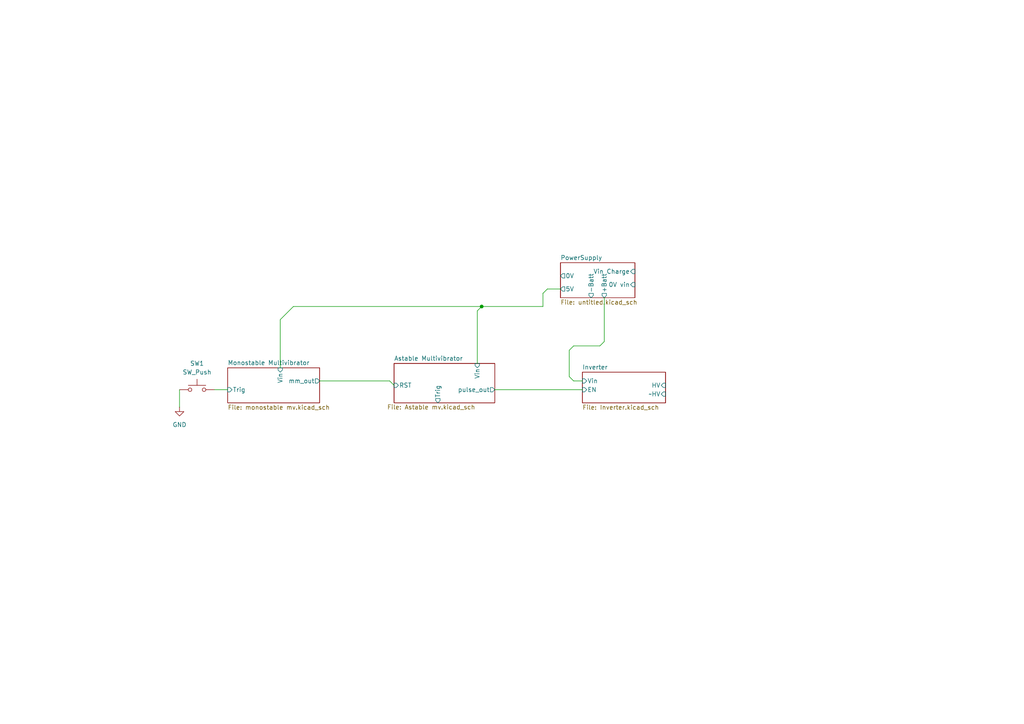
<source format=kicad_sch>
(kicad_sch (version 20231120) (generator "eeschema") (generator_version "8.0")
  (paper "A4")
  (title_block (title "Tens Device ") (date "2024-12-04") (company "Arun CS"))
  (lib_symbols
    (symbol "Switch:SW_Push" (pin_numbers hide) (pin_names (offset 1.016) hide)
      (property "Reference" "SW" (at 1.27 2.54 0))
      (property "Value" "SW_Push" (at 0 -1.524 0))
      (symbol "SW_Push_0_1"
        (circle (center -2.032 0) (radius 0.508))
        (polyline (pts (xy 0 1.27) (xy 0 3.048)))
        (polyline (pts (xy 2.54 1.27) (xy -2.54 1.27)))
        (circle (center 2.032 0) (radius 0.508))
        (pin passive line (at -5.08 0 0) (length 2.54) (name "1") (number "1"))
        (pin passive line (at 5.08 0 180) (length 2.54) (name "2") (number "2"))
      )
    )
    (symbol "power:GND" (power) (pin_numbers hide) (pin_names (offset 0) hide)
      (property "Value" "GND" (at 0 -3.81 0))
      (symbol "GND_0_1"
        (polyline (pts (xy 0 0) (xy 0 -1.27) (xy 1.27 -1.27) (xy 0 -2.54) (xy -1.27 -1.27) (xy 0 -1.27)))
      )
      (symbol "GND_1_1"
        (pin power_in line (at 0 0 270) (length 0) (name "~") (number "1"))
      )
    )
  )
  (junction (at 139.7 88.9))
  (wire (pts (xy 62.23 113.03) (xy 66.04 113.03)))
  (wire (pts (xy 52.07 113.03) (xy 52.07 118.11)))
  (wire (pts (xy 175.26 99.06) (xy 173.99 100.33)))
  (wire (pts (xy 158.75 83.82) (xy 157.48 85.09)))
  (wire (pts (xy 81.28 92.71) (xy 85.09 88.9)))
  (wire (pts (xy 165.1 109.22) (xy 166.37 110.49)))
  (wire (pts (xy 113.03 110.49) (xy 114.3 111.76)))
  (wire (pts (xy 85.09 88.9) (xy 139.7 88.9)))
  (wire (pts (xy 81.28 106.68) (xy 81.28 92.71)))
  (wire (pts (xy 138.43 105.41) (xy 138.43 90.17)))
  (wire (pts (xy 162.56 83.82) (xy 158.75 83.82)))
  (wire (pts (xy 166.37 100.33) (xy 165.1 101.6)))
  (wire (pts (xy 139.7 88.9) (xy 157.48 88.9)))
  (wire (pts (xy 143.51 113.03) (xy 168.91 113.03)))
  (wire (pts (xy 173.99 100.33) (xy 166.37 100.33)))
  (wire (pts (xy 92.71 110.49) (xy 113.03 110.49)))
  (wire (pts (xy 175.26 86.36) (xy 175.26 99.06)))
  (wire (pts (xy 165.1 101.6) (xy 165.1 109.22)))
  (wire (pts (xy 157.48 85.09) (xy 157.48 88.9)))
  (wire (pts (xy 138.43 90.17) (xy 139.7 88.9)))
  (wire (pts (xy 166.37 110.49) (xy 168.91 110.49)))
  (symbol (lib_id "power:GND") (at 52.07 118.11 0) (unit 1)
    (property "Reference" "#PWR01" (effects (hide yes)))
    (property "Value" "GND" (at 52.07 123.19 0))
    (property "Description" "Power symbol creates a global label with name \"GND\" , ground" (effects (hide yes)))
  )
  (symbol (lib_id "Switch:SW_Push") (at 57.15 113.03 0) (unit 1)
    (property "Reference" "SW1" (at 57.15 105.41 0))
    (property "Value" "SW_Push" (at 57.15 107.95 0))
    (property "Description" "Push button switch, generic, two pins" (effects (hide yes)))
  )
  (sheet (at 114.3 105.41) (size 29.21 11.43) (stroke (width 0.1524))
    (property "Sheetname" "Astable Multivibrator" (at 114.3 104.6984 0) (effects (justify left bottom)))
    (property "Sheetfile" "Astable mv.kicad_sch" (at 112.268 117.348 0) (effects (justify left top)))
    (pin "Vin" input (at 138.43 105.41 90))
    (pin "pulse_out" output (at 143.51 113.03 0))
    (pin "Trig" output (at 127 116.84 270))
    (pin "RST" input (at 114.3 111.76 180))
  )
  (sheet (at 66.04 106.68) (size 26.67 10.16) (stroke (width 0.1524))
    (property "Sheetname" "Monostable Multivibrator" (at 66.04 105.9684 0) (effects (justify left bottom)))
    (property "Sheetfile" "monostable mv.kicad_sch" (at 66.04 117.4246 0) (effects (justify left top)))
    (pin "Vin" input (at 81.28 106.68 90))
    (pin "mm_out" output (at 92.71 110.49 0))
    (pin "Trig" input (at 66.04 113.03 180))
  )
  (sheet (at 168.91 107.95) (size 24.13 8.89) (stroke (width 0.1524))
    (property "Sheetname" "Inverter" (at 168.91 107.2384 0) (effects (justify left bottom)))
    (property "Sheetfile" "Inverter.kicad_sch" (at 168.91 117.4246 0) (effects (justify left top)))
    (pin "EN" input (at 168.91 113.03 180))
    (pin "HV" input (at 193.04 111.76 0))
    (pin "~HV" input (at 193.04 114.3 0))
    (pin "Vin" input (at 168.91 110.49 180))
  )
  (sheet (at 162.56 76.2) (size 21.59 10.16) (stroke (width 0.1524))
    (property "Sheetname" "PowerSupply" (at 162.56 75.4884 0) (effects (justify left bottom)))
    (property "Sheetfile" "untitled.kicad_sch" (at 162.56 86.9446 0) (effects (justify left top)))
    (pin "0V" output (at 162.56 80.01 180))
    (pin "5V" output (at 162.56 83.82 180))
    (pin "0V vin" input (at 184.15 82.55 0))
    (pin "+Batt" output (at 175.26 86.36 270))
    (pin "-Batt" output (at 171.45 86.36 270))
    (pin "Vin Charge" input (at 184.15 78.74 0))
  )
)
</source>
